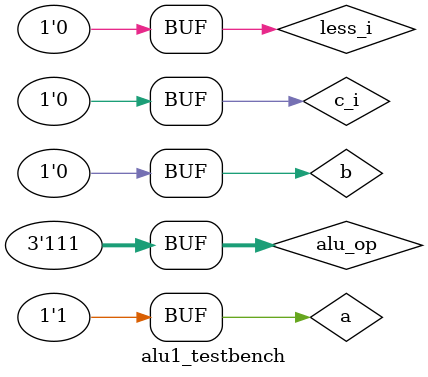
<source format=v>
`define DELAY 20
module alu1_testbench();

	wire c_i_plus_1, result;
	reg a, b, less_i, c_i;
	reg [2:0] alu_op;
	
	
	alu1 alu1_test(c_i_plus_1, result, a, b, less_i, c_i, alu_op);
	
	initial
		begin
			//add
			alu_op = 3'b000; a =1'b1; b = 1'b1; c_i = 1'b1;less_i = 1'b0;
			#`DELAY;
						//add
			alu_op = 3'b000; a =1'b0; b = 1'b1; c_i = 1'b1;less_i = 1'b0;
			#`DELAY;
						//add
			alu_op = 3'b000; a =1'b0; b = 1'b0; c_i = 1'b1;less_i = 1'b0;
			#`DELAY;			//add
			alu_op = 3'b000; a =1'b1; b = 1'b1; c_i = 1'b1;less_i = 1'b0;
			#`DELAY;
			//sub
			alu_op = 3'b001; a =1'b1; b = 1'b0; c_i = 1'b0;less_i = 1'b0;
			#`DELAY;
			//mult
			alu_op = 3'b010; a =1'b1; b = 1'b0; c_i = 1'b1;less_i = 1'b0;
			#`DELAY;
			//xor
			alu_op = 3'b011; a =1'b1; b = 1'b0; c_i = 1'b0;less_i = 1'b0;
			#`DELAY;
			//and
			alu_op = 3'b100; a =1'b1; b = 1'b0; c_i = 1'b1;less_i = 1'b0;
			#`DELAY;
			//or
			alu_op = 3'b101; a =1'b1; b = 1'b0; c_i = 1'b0;less_i = 1'b0;
			#`DELAY;
			//slt
			alu_op = 3'b110; a =1'b1; b = 1'b0; c_i = 1'b0;less_i = 1'b0;
			#`DELAY;
			//nor
			alu_op = 3'b111; a =1'b1; b = 1'b0; c_i = 1'b0;less_i = 1'b0;
			#`DELAY;		
		
		
		end
		
		
	initial 
		begin
			$monitor("time=%2d, a=%1b, b=%1b, c_i=%1b, less_i=%1b, alu_op2=%1b, alu_op1=%1b, alu_op0=%1b, c_i_plus_1=%1b, result=%1b"
	          ,$time, a, b, c_i, less_i ,alu_op[2], alu_op[1], alu_op[0], c_i_plus_1, result);
		end
endmodule
	
</source>
